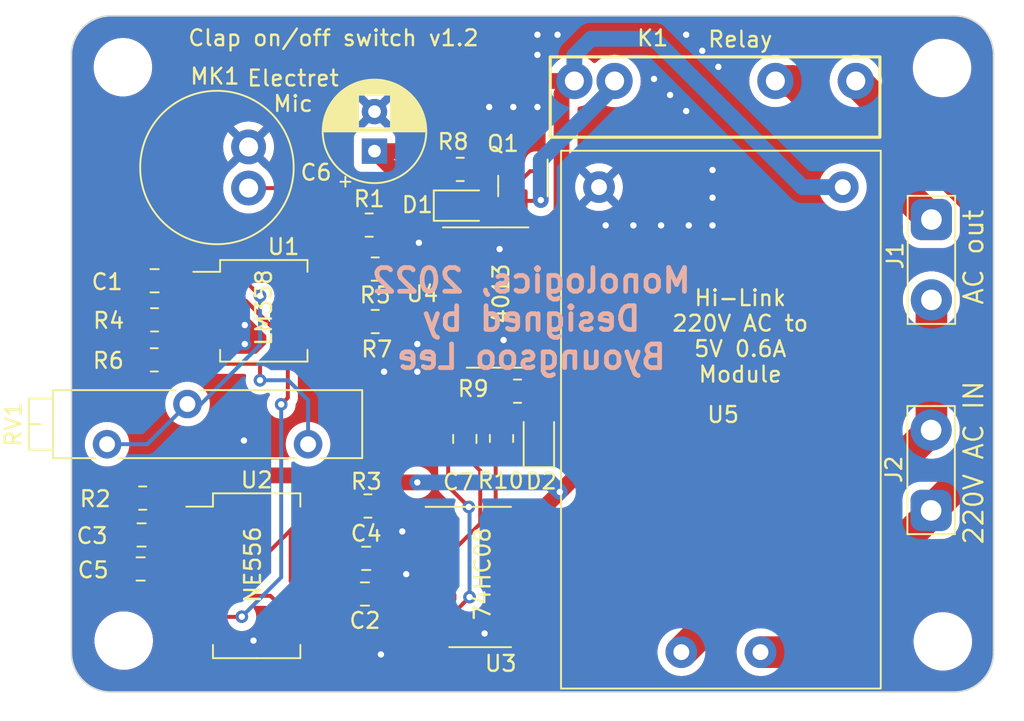
<source format=kicad_pcb>
(kicad_pcb (version 20240108) (generator "pcbnew") (generator_version "8.0")
  (title_block (title "Clap clap on/off switch") (date "2022-05-24") (rev "1.1") (company "Monologics, 2022") (comment 1 "Designed by Byoungsoo Lee"))
  (layers (0 "F.Cu" signal) (31 "B.Cu" signal) (34 "B.Paste" user) (35 "F.Paste" user) (36 "B.SilkS" user "B.Silkscreen") (37 "F.SilkS" user "F.Silkscreen") (38 "B.Mask" user) (39 "F.Mask" user) (44 "Edge.Cuts" user))
  (net 0 "")
  (net 1 "Net-(U1A-+)")
  (net 2 "VCC")
  (net 3 "GND")
  (net 4 "Net-(MK1-+)")
  (net 5 "Net-(U2B-CV)")
  (net 6 "Net-(U2A-DIS)")
  (net 7 "Net-(U2B-DIS)")
  (net 8 "Net-(U2A-CV)")
  (net 9 "Net-(D1-A)")
  (net 10 "Net-(D2-A)")
  (net 11 "Net-(J1-Pin_2)")
  (net 12 "Net-(J1-Pin_1)")
  (net 13 "Net-(J2-Pin_1)")
  (net 14 "Net-(Q1-B)")
  (net 15 "Net-(C7-Pad2)")
  (net 16 "Net-(U1B-+)")
  (net 17 "Net-(U1A--)")
  (net 18 "Net-(U4A-Q)")
  (net 19 "Pulse")
  (net 20 "Window")
  (net 21 "Net-(U1B--)")
  (net 22 "Net-(C7-Pad1)")
  (net 23 "Net-(U2A-TR)")
  (net 24 "Net-(U2B-TR)")
  (net 25 "Net-(U4A-C)")
  (net 26 "Net-(U4A-D)")
  (footprint "TestPoint:TestPoint_2Pads_Pitch5.08mm_Drill1.3mm" (layer "F.Cu") (at 195.56 106.02 90)
    (property "Reference" "J2" (at 2.59 -2.35 90) (layer "F.SilkS"))
    (property "Value" "220V AC IN")
    (pad "1" thru_hole roundrect (at 0 0 90) (size 2.6 2.6) (drill 1.3) (layers "*.Cu" "*.Mask") (net 13 "Net-(J2-Pin_1)"))
    (pad "2" thru_hole circle (at 5.08 0 90) (size 2.6 2.6) (drill 1.3) (layers "*.Cu" "*.Mask") (net 11 "Net-(J1-Pin_2)"))
  )
  (footprint "MountingHole:MountingHole_3.2mm_M3" (layer "F.Cu") (at 196.3 114.3)
    (property "Reference" "H4" (at 0 0.05 0) (layer "F.SilkS"))
    (property "Value" "MountingHole")
    (pad "" np_thru_hole circle (at 0 0) (size 3.2 3.2) (drill 3.2) (layers "*.Cu" "*.Mask"))
  )
  (footprint "Resistor_SMD:R_0805_2012Metric_Pad1.20x1.40mm_HandSolder" (layer "F.Cu") (at 146.5 93.97 180)
    (property "Reference" "R4" (at 2.9 -0.05 180) (layer "F.SilkS"))
    (property "Value" "100k")
    (pad "1" smd roundrect (at -1 0 180) (size 1.2 1.4) (layers "F.Cu" "F.Paste" "F.Mask") (roundrect_rratio 0.208333) (net 1 "Net-(U1A-+)"))
    (pad "2" smd roundrect (at 1 0 180) (size 1.2 1.4) (layers "F.Cu" "F.Paste" "F.Mask") (roundrect_rratio 0.208333) (net 3 "GND"))
  )
  (footprint "Capacitor_SMD:C_0805_2012Metric_Pad1.18x1.45mm_HandSolder" (layer "F.Cu") (at 146.5 91.5)
    (property "Reference" "C1" (at -3 0.07 0) (layer "F.SilkS"))
    (property "Value" "0.1uF")
    (pad "1" smd roundrect (at -1.0375 0) (size 1.175 1.45) (layers "F.Cu" "F.Paste" "F.Mask") (roundrect_rratio 0.212766) (net 4 "Net-(MK1-+)"))
    (pad "2" smd roundrect (at 1.0375 0) (size 1.175 1.45) (layers "F.Cu" "F.Paste" "F.Mask") (roundrect_rratio 0.212766) (net 1 "Net-(U1A-+)"))
  )
  (footprint "alib:AC-DC Hi Link" (layer "F.Cu") (at 182.28 100.28 90)
    (property "Reference" "U5" (at 0.314 0.14 0) (layer "F.SilkS"))
    (property "Value" "AC-DC_Converter")
    (pad "1" thru_hole circle (at -14.7 -2.5 90) (size 2 2) (drill 1) (layers "*.Cu" "*.Mask") (net 11 "Net-(J1-Pin_2)"))
    (pad "2" thru_hole circle (at -14.7 2.5 90) (size 2 2) (drill 1) (layers "*.Cu" "*.Mask") (net 13 "Net-(J2-Pin_1)"))
    (pad "3" thru_hole circle (at 14.7 -7.7 90) (size 2 2) (drill 1) (layers "*.Cu" "*.Mask") (net 3 "GND"))
    (pad "4" thru_hole circle (at 14.7 7.7 90) (size 2 2) (drill 1) (layers "*.Cu" "*.Mask") (net 2 "VCC"))
  )
  (footprint "Resistor_SMD:R_0805_2012Metric_Pad1.20x1.40mm_HandSolder" (layer "F.Cu") (at 168.42 101.47 -90)
    (property "Reference" "R10" (at 2.66 0.05 180) (layer "F.SilkS"))
    (property "Value" "3k")
    (pad "1" smd roundrect (at -1 0 270) (size 1.2 1.4) (layers "F.Cu" "F.Paste" "F.Mask") (roundrect_rratio 0.208333) (net 22 "Net-(C7-Pad1)"))
    (pad "2" smd roundrect (at 1 0 270) (size 1.2 1.4) (layers "F.Cu" "F.Paste" "F.Mask") (roundrect_rratio 0.208333) (net 10 "Net-(D2-A)"))
  )
  (footprint "TestPoint:TestPoint_2Pads_Pitch5.08mm_Drill1.3mm" (layer "F.Cu") (at 195.58 87.63 -90)
    (property "Reference" "J1" (at 2.286 2.286 90) (layer "F.SilkS"))
    (property "Value" "AC Switched Out")
    (pad "1" thru_hole roundrect (at 0 0 270) (size 2.6 2.6) (drill 1.3) (layers "*.Cu" "*.Mask") (net 12 "Net-(J1-Pin_1)"))
    (pad "2" thru_hole circle (at 5.08 0 270) (size 2.6 2.6) (drill 1.3) (layers "*.Cu" "*.Mask") (net 11 "Net-(J1-Pin_2)"))
  )
  (footprint "Package_SO:SO-14_5.3x10.2mm_P1.27mm" (layer "F.Cu") (at 152.95 110.15)
    (property "Reference" "U2" (at 0 -6.05 0) (layer "F.SilkS"))
    (property "Value" "NE556" (at -0.25 -0.7 -90) (layer "F.SilkS"))
    (pad "1" smd roundrect (at -3.4625 -3.81) (size 1.975 0.6) (layers "F.Cu" "F.Paste" "F.Mask") (net 6 "Net-(U2A-DIS)"))
    (pad "2" smd roundrect (at -3.4625 -2.54) (size 1.975 0.6) (layers "F.Cu" "F.Paste" "F.Mask") (net 6 "Net-(U2A-DIS)"))
    (pad "3" smd roundrect (at -3.4625 -1.27) (size 1.975 0.6) (layers "F.Cu" "F.Paste" "F.Mask") (net 8 "Net-(U2A-CV)"))
    (pad "4" smd roundrect (at -3.4625 0) (size 1.975 0.6) (layers "F.Cu" "F.Paste" "F.Mask") (net 2 "VCC"))
    (pad "5" smd roundrect (at -3.4625 1.27) (size 1.975 0.6) (layers "F.Cu" "F.Paste" "F.Mask") (net 19 "Pulse"))
    (pad "6" smd roundrect (at -3.4625 2.54) (size 1.975 0.6) (layers "F.Cu" "F.Paste" "F.Mask") (net 23 "Net-(U2A-TR)"))
    (pad "7" smd roundrect (at -3.4625 3.81) (size 1.975 0.6) (layers "F.Cu" "F.Paste" "F.Mask") (net 3 "GND"))
    (pad "8" smd roundrect (at 3.4625 3.81) (size 1.975 0.6) (layers "F.Cu" "F.Paste" "F.Mask") (net 24 "Net-(U2B-TR)"))
    (pad "9" smd roundrect (at 3.4625 2.54) (size 1.975 0.6) (layers "F.Cu" "F.Paste" "F.Mask") (net 20 "Window"))
    (pad "10" smd roundrect (at 3.4625 1.27) (size 1.975 0.6) (layers "F.Cu" "F.Paste" "F.Mask") (net 2 "VCC"))
    (pad "11" smd roundrect (at 3.4625 0) (size 1.975 0.6) (layers "F.Cu" "F.Paste" "F.Mask") (net 5 "Net-(U2B-CV)"))
    (pad "12" smd roundrect (at 3.4625 -1.27) (size 1.975 0.6) (layers "F.Cu" "F.Paste" "F.Mask") (net 7 "Net-(U2B-DIS)"))
    (pad "13" smd roundrect (at 3.4625 -2.54) (size 1.975 0.6) (layers "F.Cu" "F.Paste" "F.Mask") (net 7 "Net-(U2B-DIS)"))
    (pad "14" smd roundrect (at 3.4625 -3.81) (size 1.975 0.6) (layers "F.Cu" "F.Paste" "F.Mask") (net 2 "VCC"))
  )
  (footprint "MountingHole:MountingHole_3.2mm_M3" (layer "F.Cu") (at 196.25 78.05)
    (property "Reference" "H3" (at 0 0.05 0) (layer "F.SilkS"))
    (property "Value" "MountingHole")
    (pad "" np_thru_hole circle (at 0 0) (size 3.2 3.2) (drill 3.2) (layers "*.Cu" "*.Mask"))
  )
  (footprint "Resistor_SMD:R_0805_2012Metric_Pad1.20x1.40mm_HandSolder" (layer "F.Cu") (at 160.44 94.08)
    (property "Reference" "R7" (at 0.1 1.75 0) (layer "F.SilkS"))
    (property "Value" "3k")
    (pad "1" smd roundrect (at -1 0) (size 1.2 1.4) (layers "F.Cu" "F.Paste" "F.Mask") (roundrect_rratio 0.208333) (net 16 "Net-(U1B-+)"))
    (pad "2" smd roundrect (at 1 0) (size 1.2 1.4) (layers "F.Cu" "F.Paste" "F.Mask") (roundrect_rratio 0.208333) (net 3 "GND"))
  )
  (footprint "Capacitor_THT:CP_Radial_D6.3mm_P2.50mm" (layer "F.Cu") (at 160.394 83.306 90)
    (property "Reference" "C6" (at -1.346 -3.692 180) (layer "F.SilkS"))
    (property "Value" "100uF/25V")
    (pad "1" thru_hole rect (at 0 0 90) (size 1.6 1.6) (drill 0.8) (layers "*.Cu" "*.Mask") (net 2 "VCC"))
    (pad "2" thru_hole circle (at 2.5 0 90) (size 1.6 1.6) (drill 0.8) (layers "*.Cu" "*.Mask") (net 3 "GND"))
  )
  (footprint "alib:Electret Microphone FQ-003" (layer "F.Cu") (at 150.44 84.34 180)
    (property "Reference" "MK1" (at 0.13 5.764 0) (layer "F.SilkS"))
    (property "Value" "Electret Mic")
    (pad "1" thru_hole circle (at -2 1.3 180) (size 2.2 2.2) (drill 1.2) (layers "*.Cu" "*.Mask") (net 3 "GND"))
    (pad "2" thru_hole circle (at -2 -1.3 180) (size 2.2 2.2) (drill 1.2) (layers "*.Cu" "*.Mask") (net 4 "Net-(MK1-+)"))
  )
  (footprint "Package_SO:SOIC-14_3.9x8.7mm_P1.27mm" (layer "F.Cu") (at 167.07 110.23)
    (property "Reference" "U3" (at 1.3 5.47 0) (layer "F.SilkS"))
    (property "Value" "74HC08" (at 0.14 -0.2 -90) (layer "F.SilkS"))
    (pad "1" smd roundrect (at -2.475 -3.81) (size 1.95 0.6) (layers "F.Cu" "F.Paste" "F.Mask") (net 19 "Pulse"))
    (pad "2" smd roundrect (at -2.475 -2.54) (size 1.95 0.6) (layers "F.Cu" "F.Paste" "F.Mask") (net 19 "Pulse"))
    (pad "3" smd roundrect (at -2.475 -1.27) (size 1.95 0.6) (layers "F.Cu" "F.Paste" "F.Mask") (net 15 "Net-(C7-Pad2)"))
    (pad "4" smd roundrect (at -2.475 0) (size 1.95 0.6) (layers "F.Cu" "F.Paste" "F.Mask") (net 19 "Pulse"))
    (pad "5" smd roundrect (at -2.475 1.27) (size 1.95 0.6) (layers "F.Cu" "F.Paste" "F.Mask") (net 20 "Window"))
    (pad "6" smd roundrect (at -2.475 2.54) (size 1.95 0.6) (layers "F.Cu" "F.Paste" "F.Mask") (net 25 "Net-(U4A-C)"))
    (pad "7" smd roundrect (at -2.475 3.81) (size 1.95 0.6) (layers "F.Cu" "F.Paste" "F.Mask") (net 3 "GND"))
    (pad "8" smd roundrect (at 2.475 3.81) (size 1.95 0.6) (layers "F.Cu" "F.Paste" "F.Mask"))
    (pad "9" smd roundrect (at 2.475 2.54) (size 1.95 0.6) (layers "F.Cu" "F.Paste" "F.Mask"))
    (pad "10" smd roundrect (at 2.475 1.27) (size 1.95 0.6) (layers "F.Cu" "F.Paste" "F.Mask"))
    (pad "11" smd roundrect (at 2.475 0) (size 1.95 0.6) (layers "F.Cu" "F.Paste" "F.Mask") (net 24 "Net-(U2B-TR)"))
    (pad "12" smd roundrect (at 2.475 -1.27) (size 1.95 0.6) (layers "F.Cu" "F.Paste" "F.Mask") (net 10 "Net-(D2-A)"))
    (pad "13" smd roundrect (at 2.475 -2.54) (size 1.95 0.6) (layers "F.Cu" "F.Paste" "F.Mask") (net 10 "Net-(D2-A)"))
    (pad "14" smd roundrect (at 2.475 -3.81) (size 1.95 0.6) (layers "F.Cu" "F.Paste" "F.Mask") (net 2 "VCC"))
  )
  (footprint "Diode_SMD:D_0805_2012Metric_Pad1.15x1.40mm_HandSolder" (layer "F.Cu") (at 170.78 101.43 90)
    (property "Reference" "D2" (at -2.74 0.15 180) (layer "F.SilkS"))
    (property "Value" "1N914")
    (pad "1" smd roundrect (at -1.025 0 90) (size 1.15 1.4) (layers "F.Cu" "F.Paste" "F.Mask") (roundrect_rratio 0.217391) (net 2 "VCC"))
    (pad "2" smd roundrect (at 1.025 0 90) (size 1.15 1.4) (layers "F.Cu" "F.Paste" "F.Mask") (roundrect_rratio 0.217391) (net 10 "Net-(D2-A)"))
  )
  (footprint "Capacitor_SMD:C_0805_2012Metric_Pad1.18x1.45mm_HandSolder" (layer "F.Cu") (at 145.62 109.72)
    (property "Reference" "C5" (at -3 0.07 0) (layer "F.SilkS"))
    (property "Value" "0.01uF")
    (pad "1" smd roundrect (at -1.0375 0) (size 1.175 1.45) (layers "F.Cu" "F.Paste" "F.Mask") (roundrect_rratio 0.212766) (net 3 "GND"))
    (pad "2" smd roundrect (at 1.0375 0) (size 1.175 1.45) (layers "F.Cu" "F.Paste" "F.Mask") (roundrect_rratio 0.212766) (net 8 "Net-(U2A-CV)"))
  )
  (footprint "MountingHole:MountingHole_3.2mm_M3" (layer "F.Cu") (at 144.5 78)
    (property "Reference" "H1" (at 0 0.05 0) (layer "F.SilkS"))
    (property "Value" "MountingHole")
    (pad "" np_thru_hole circle (at 0 0) (size 3.2 3.2) (drill 3.2) (layers "*.Cu" "*.Mask"))
  )
  (footprint "Capacitor_SMD:C_0805_2012Metric_Pad1.18x1.45mm_HandSolder" (layer "F.Cu") (at 166.1 101.5 -90)
    (property "Reference" "C7" (at 2.72 0.4 180) (layer "F.SilkS"))
    (property "Value" "0.047uF")
    (pad "1" smd roundrect (at -1.0375 0 270) (size 1.175 1.45) (layers "F.Cu" "F.Paste" "F.Mask") (roundrect_rratio 0.212766) (net 22 "Net-(C7-Pad1)"))
    (pad "2" smd roundrect (at 1.0375 0 270) (size 1.175 1.45) (layers "F.Cu" "F.Paste" "F.Mask") (roundrect_rratio 0.212766) (net 15 "Net-(C7-Pad2)"))
  )
  (footprint "Resistor_SMD:R_0805_2012Metric_Pad1.20x1.40mm_HandSolder" (layer "F.Cu") (at 165.81 84.46)
    (property "Reference" "R8" (at -0.45 -1.75 0) (layer "F.SilkS"))
    (property "Value" "2k")
    (pad "1" smd roundrect (at -1 0) (size 1.2 1.4) (layers "F.Cu" "F.Paste" "F.Mask") (roundrect_rratio 0.208333) (net 18 "Net-(U4A-Q)"))
    (pad "2" smd roundrect (at 1 0) (size 1.2 1.4) (layers "F.Cu" "F.Paste" "F.Mask") (roundrect_rratio 0.208333) (net 14 "Net-(Q1-B)"))
  )
  (footprint "Capacitor_SMD:C_0805_2012Metric_Pad1.18x1.45mm_HandSolder" (layer "F.Cu") (at 145.68 107.57)
    (property "Reference" "C3" (at -3.13 0.055 0) (layer "F.SilkS"))
    (property "Value" "0.1uF")
    (pad "1" smd roundrect (at -1.0375 0) (size 1.175 1.45) (layers "F.Cu" "F.Paste" "F.Mask") (roundrect_rratio 0.212766) (net 3 "GND"))
    (pad "2" smd roundrect (at 1.0375 0) (size 1.175 1.45) (layers "F.Cu" "F.Paste" "F.Mask") (roundrect_rratio 0.212766) (net 6 "Net-(U2A-DIS)"))
  )
  (footprint "Diode_SMD:D_0805_2012Metric_Pad1.15x1.40mm_HandSolder" (layer "F.Cu") (at 166 86.75)
    (property "Reference" "D1" (at -2.9 -0.05 0) (layer "F.SilkS"))
    (property "Value" "1N914")
    (pad "1" smd roundrect (at -1.025 0) (size 1.15 1.4) (layers "F.Cu" "F.Paste" "F.Mask") (roundrect_rratio 0.217391) (net 2 "VCC"))
    (pad "2" smd roundrect (at 1.025 0) (size 1.15 1.4) (layers "F.Cu" "F.Paste" "F.Mask") (roundrect_rratio 0.217391) (net 9 "Net-(D1-A)"))
  )
  (footprint "Package_TO_SOT_SMD:SOT-23" (layer "F.Cu") (at 169.77 85.51 -90)
    (property "Reference" "Q1" (at -2.68 1.26 180) (layer "F.SilkS"))
    (property "Value" "MMBT2222A")
    (pad "1" smd roundrect (at -0.9375 -0.95 270) (size 1.475 0.6) (layers "F.Cu" "F.Paste" "F.Mask") (net 14 "Net-(Q1-B)"))
    (pad "2" smd roundrect (at -0.9375 0.95 270) (size 1.475 0.6) (layers "F.Cu" "F.Paste" "F.Mask") (net 3 "GND"))
    (pad "3" smd roundrect (at 0.9375 0 270) (size 1.475 0.6) (layers "F.Cu" "F.Paste" "F.Mask") (net 9 "Net-(D1-A)"))
  )
  (footprint "Resistor_SMD:R_0805_2012Metric_Pad1.20x1.40mm_HandSolder" (layer "F.Cu") (at 159.98 105.74 180)
    (property "Reference" "R3" (at 0.1 1.55 180) (layer "F.SilkS"))
    (property "Value" "820k")
    (pad "1" smd roundrect (at -1 0 180) (size 1.2 1.4) (layers "F.Cu" "F.Paste" "F.Mask") (roundrect_rratio 0.208333) (net 2 "VCC"))
    (pad "2" smd roundrect (at 1 0 180) (size 1.2 1.4) (layers "F.Cu" "F.Paste" "F.Mask") (roundrect_rratio 0.208333) (net 7 "Net-(U2B-DIS)"))
  )
  (footprint "Package_SO:SO-8_5.3x6.2mm_P1.27mm" (layer "F.Cu") (at 153.4 93.4)
    (property "Reference" "U1" (at 1.25 -4.05 0) (layer "F.SilkS"))
    (property "Value" "LM358" (at 0 -0.2 -90) (layer "F.SilkS"))
    (pad "1" smd roundrect (at -3.5 -1.905) (size 1.9 0.6) (layers "F.Cu" "F.Paste" "F.Mask") (net 21 "Net-(U1B--)"))
    (pad "2" smd roundrect (at -3.5 -0.635) (size 1.9 0.6) (layers "F.Cu" "F.Paste" "F.Mask") (net 17 "Net-(U1A--)"))
    (pad "3" smd roundrect (at -3.5 0.635) (size 1.9 0.6) (layers "F.Cu" "F.Paste" "F.Mask") (net 1 "Net-(U1A-+)"))
    (pad "4" smd roundrect (at -3.5 1.905) (size 1.9 0.6) (layers "F.Cu" "F.Paste" "F.Mask") (net 3 "GND"))
    (pad "5" smd roundrect (at 3.5 1.905) (size 1.9 0.6) (layers "F.Cu" "F.Paste" "F.Mask") (net 16 "Net-(U1B-+)"))
    (pad "6" smd roundrect (at 3.5 0.635) (size 1.9 0.6) (layers "F.Cu" "F.Paste" "F.Mask") (net 21 "Net-(U1B--)"))
    (pad "7" smd roundrect (at 3.5 -0.635) (size 1.9 0.6) (layers "F.Cu" "F.Paste" "F.Mask") (net 23 "Net-(U2A-TR)"))
    (pad "8" smd roundrect (at 3.5 -1.905) (size 1.9 0.6) (layers "F.Cu" "F.Paste" "F.Mask") (net 2 "VCC"))
  )
  (footprint "Resistor_SMD:R_0805_2012Metric_Pad1.20x1.40mm_HandSolder" (layer "F.Cu") (at 160.06 87.98 180)
    (property "Reference" "R1" (at 0 1.65 180) (layer "F.SilkS"))
    (property "Value" "10k")
    (pad "1" smd roundrect (at -1 0 180) (size 1.2 1.4) (layers "F.Cu" "F.Paste" "F.Mask") (roundrect_rratio 0.208333) (net 2 "VCC"))
    (pad "2" smd roundrect (at 1 0 180) (size 1.2 1.4) (layers "F.Cu" "F.Paste" "F.Mask") (roundrect_rratio 0.208333) (net 4 "Net-(MK1-+)"))
  )
  (footprint "Package_SO:SOIC-14_3.9x8.7mm_P1.27mm" (layer "F.Cu") (at 168.17 92.56)
    (property "Reference" "U4" (at -4.75 -0.23 0) (layer "F.SilkS"))
    (property "Value" "4013" (at 0.22 -0.23 -90) (layer "F.SilkS"))
    (pad "1" smd roundrect (at -2.475 -3.81) (size 1.95 0.6) (layers "F.Cu" "F.Paste" "F.Mask") (net 18 "Net-(U4A-Q)"))
    (pad "2" smd roundrect (at -2.475 -2.54) (size 1.95 0.6) (layers "F.Cu" "F.Paste" "F.Mask") (net 26 "Net-(U4A-D)"))
    (pad "3" smd roundrect (at -2.475 -1.27) (size 1.95 0.6) (layers "F.Cu" "F.Paste" "F.Mask") (net 25 "Net-(U4A-C)"))
    (pad "4" smd roundrect (at -2.475 0) (size 1.95 0.6) (layers "F.Cu" "F.Paste" "F.Mask") (net 3 "GND"))
    (pad "5" smd roundrect (at -2.475 1.27) (size 1.95 0.6) (layers "F.Cu" "F.Paste" "F.Mask") (net 26 "Net-(U4A-D)"))
    (pad "6" smd roundrect (at -2.475 2.54) (size 1.95 0.6) (layers "F.Cu" "F.Paste" "F.Mask") (net 3 "GND"))
    (pad "7" smd roundrect (at -2.475 3.81) (size 1.95 0.6) (layers "F.Cu" "F.Paste" "F.Mask") (net 3 "GND"))
    (pad "8" smd roundrect (at 2.475 3.81) (size 1.95 0.6) (layers "F.Cu" "F.Paste" "F.Mask"))
    (pad "9" smd roundrect (at 2.475 2.54) (size 1.95 0.6) (layers "F.Cu" "F.Paste" "F.Mask"))
    (pad "10" smd roundrect (at 2.475 1.27) (size 1.95 0.6) (layers "F.Cu" "F.Paste" "F.Mask"))
    (pad "11" smd roundrect (at 2.475 0) (size 1.95 0.6) (layers "F.Cu" "F.Paste" "F.Mask"))
    (pad "12" smd roundrect (at 2.475 -1.27) (size 1.95 0.6) (layers "F.Cu" "F.Paste" "F.Mask"))
    (pad "13" smd roundrect (at 2.475 -2.54) (size 1.95 0.6) (layers "F.Cu" "F.Paste" "F.Mask"))
    (pad "14" smd roundrect (at 2.475 -3.81) (size 1.95 0.6) (layers "F.Cu" "F.Paste" "F.Mask") (net 2 "VCC"))
  )
  (footprint "Resistor_SMD:R_0805_2012Metric_Pad1.20x1.40mm_HandSolder" (layer "F.Cu") (at 146.48 96.5 180)
    (property "Reference" "R6" (at 2.9 -0.05 180) (layer "F.SilkS"))
    (property "Value" "1k")
    (pad "1" smd roundrect (at -1 0 180) (size 1.2 1.4) (layers "F.Cu" "F.Paste" "F.Mask") (roundrect_rratio 0.208333) (net 17 "Net-(U1A--)"))
    (pad "2" smd roundrect (at 1 0 180) (size 1.2 1.4) (layers "F.Cu" "F.Paste" "F.Mask") (roundrect_rratio 0.208333) (net 3 "GND"))
  )
  (footprint "Capacitor_SMD:C_0805_2012Metric_Pad1.18x1.45mm_HandSolder" (layer "F.Cu") (at 159.87 109.05 180)
    (property "Reference" "C4" (at 0 1.57 0) (layer "F.SilkS"))
    (property "Value" "0.47uF")
    (pad "1" smd roundrect (at -1.0375 0 180) (size 1.175 1.45) (layers "F.Cu" "F.Paste" "F.Mask") (roundrect_rratio 0.212766) (net 3 "GND"))
    (pad "2" smd roundrect (at 1.0375 0 180) (size 1.175 1.45) (layers "F.Cu" "F.Paste" "F.Mask") (roundrect_rratio 0.212766) (net 7 "Net-(U2B-DIS)"))
  )
  (footprint "Resistor_SMD:R_0805_2012Metric_Pad1.20x1.40mm_HandSolder" (layer "F.Cu") (at 145.75 105.24)
    (property "Reference" "R2" (at -3 0.05 0) (layer "F.SilkS"))
    (property "Value" "470k")
    (pad "1" smd roundrect (at -1 0) (size 1.2 1.4) (layers "F.Cu" "F.Paste" "F.Mask") (roundrect_rratio 0.208333) (net 2 "VCC"))
    (pad "2" smd roundrect (at 1 0) (size 1.2 1.4) (layers "F.Cu" "F.Paste" "F.Mask") (roundrect_rratio 0.208333) (net 6 "Net-(U2A-DIS)"))
  )
  (footprint "alib:Relay_Omron" (layer "F.Cu") (at 173.022 78.87)
    (property "Reference" "K1" (at 4.946 -2.712 0) (layer "F.SilkS"))
    (property "Value" "relay_spst")
    (pad "1" thru_hole circle (at 0 0) (size 2.286 2.286) (drill 1.2) (layers "*.Cu" "*.Mask") (net 2 "VCC"))
    (pad "2" thru_hole circle (at 2.54 0) (size 2.286 2.286) (drill 1.2) (layers "*.Cu" "*.Mask") (net 9 "Net-(D1-A)"))
    (pad "3" thru_hole circle (at 12.7 0) (size 2.286 2.286) (drill 1.2) (layers "*.Cu" "*.Mask") (net 12 "Net-(J1-Pin_1)"))
    (pad "4" thru_hole circle (at 17.78 0) (size 2.286 2.286) (drill 1.2) (layers "*.Cu" "*.Mask") (net 13 "Net-(J2-Pin_1)"))
  )
  (footprint "Resistor_SMD:R_0805_2012Metric_Pad1.20x1.40mm_HandSolder" (layer "F.Cu") (at 169.43 98.48)
    (property "Reference" "R9" (at -2.8 -0.15 0) (layer "F.SilkS"))
    (property "Value" "100k")
    (pad "1" smd roundrect (at -1 0) (size 1.2 1.4) (layers "F.Cu" "F.Paste" "F.Mask") (roundrect_rratio 0.208333) (net 22 "Net-(C7-Pad1)"))
    (pad "2" smd roundrect (at 1 0) (size 1.2 1.4) (layers "F.Cu" "F.Paste" "F.Mask") (roundrect_rratio 0.208333) (net 2 "VCC"))
  )
  (footprint "Capacitor_SMD:C_0805_2012Metric_Pad1.18x1.45mm_HandSolder" (layer "F.Cu") (at 159.79 111.304759 180)
    (property "Reference" "C2" (at 0 -1.68 0) (layer "F.SilkS"))
    (property "Value" "0.01uF")
    (pad "1" smd roundrect (at -1.0375 0 180) (size 1.175 1.45) (layers "F.Cu" "F.Paste" "F.Mask") (roundrect_rratio 0.212766) (net 3 "GND"))
    (pad "2" smd roundrect (at 1.0375 0 180) (size 1.175 1.45) (layers "F.Cu" "F.Paste" "F.Mask") (roundrect_rratio 0.212766) (net 5 "Net-(U2B-CV)"))
  )
  (footprint "MountingHole:MountingHole_3.2mm_M3" (layer "F.Cu") (at 144.55 114.25)
    (property "Reference" "H2" (at 0 0.05 0) (layer "F.SilkS"))
    (property "Value" "MountingHole")
    (pad "" np_thru_hole circle (at 0 0) (size 3.2 3.2) (drill 3.2) (layers "*.Cu" "*.Mask"))
  )
  (footprint "Resistor_SMD:R_0805_2012Metric_Pad1.20x1.40mm_HandSolder" (layer "F.Cu") (at 160.44 90.76 180)
    (property "Reference" "R5" (at 0 -1.65 180) (layer "F.SilkS"))
    (property "Value" "7k")
    (pad "1" smd roundrect (at -1 0 180) (size 1.2 1.4) (layers "F.Cu" "F.Paste" "F.Mask") (roundrect_rratio 0.208333) (net 2 "VCC"))
    (pad "2" smd roundrect (at 1 0 180) (size 1.2 1.4) (layers "F.Cu" "F.Paste" "F.Mask") (roundrect_rratio 0.208333) (net 16 "Net-(U1B-+)"))
  )
  (footprint "Potentiometer_THT:Potentiometer_Bourns_3005_Horizontal" (layer "F.Cu") (at 156.198 101.834)
    (property "Reference" "RV1" (at -18.615 -1.265 90) (layer "F.SilkS"))
    (property "Value" "100k")
    (pad "1" thru_hole circle (at 0 0) (size 1.8 1.8) (drill 1) (layers "*.Cu" "*.Mask") (net 17 "Net-(U1A--)"))
    (pad "2" thru_hole circle (at -7.62 -2.54) (size 1.8 1.8) (drill 1) (layers "*.Cu" "*.Mask") (net 21 "Net-(U1B--)"))
    (pad "3" thru_hole circle (at -12.7 0) (size 1.8 1.8) (drill 1) (layers "*.Cu" "*.Mask") (net 21 "Net-(U1B--)"))
  )
  (gr_arc (start 141.25 77.25) (mid 141.982233 75.482233) (end 143.75 74.75) (stroke (width 0.1)) (layer "Edge.Cuts"))
  (gr_arc (start 197 74.75) (mid 198.776344 75.473656) (end 199.5 77.25) (stroke (width 0.1)) (layer "Edge.Cuts"))
  (gr_line (start 197 117.5) (end 143.75 117.5) (stroke (width 0.1)) (layer "Edge.Cuts"))
  (gr_arc (start 143.75 117.5) (mid 141.982233 116.767767) (end 141.25 115) (stroke (width 0.1)) (layer "Edge.Cuts"))
  (gr_line (start 199.5 77.25) (end 199.5 115) (stroke (width 0.1)) (layer "Edge.Cuts"))
  (gr_arc (start 199.5 115) (mid 198.767767 116.767767) (end 197 117.5) (stroke (width 0.1)) (layer "Edge.Cuts"))
  (gr_line (start 143.75 74.75) (end 197 74.75) (stroke (width 0.1)) (layer "Edge.Cuts"))
  (gr_line (start 141.25 115) (end 141.25 77.25) (stroke (width 0.1)) (layer "Edge.Cuts"))
  (gr_text "Monologics, 2022\nDesigned by\nByoungsoo Lee" (at 170.3 93.9 0) (layer "B.SilkS") (effects (font (size 1.5 1.5) (thickness 0.3)) (justify mirror)))
  (gr_text "Hi-Link\n220V AC to\n5V 0.6A\nModule" (at 183.5 95 0) (layer "F.SilkS") (effects (font (size 1 1))))
  (gr_text "Electret\nMic" (at 155.25 79.5 0) (layer "F.SilkS") (effects (font (size 1 1))))
  (gr_text "Clap on/off switch v1.2" (at 157.8 76.15 0) (layer "F.SilkS") (effects (font (size 1 1))))
  (gr_text "220V AC IN" (at 198.25 103 90) (layer "F.SilkS") (effects (font (size 1.2 1.2))))
  (gr_text "Relay" (at 183.504 76.238 0) (layer "F.SilkS") (effects (font (size 1 1))))
  (gr_text "AC out" (at 198.25 90 90) (layer "F.SilkS") (effects (font (size 1.2 1.2))))
  (segment (start 147.5375 93.97) (end 149.835 93.97) (width 0.25) (layer "F.Cu") (net 1))
  (segment (start 147.5375 91.5) (end 147.5375 93.97) (width 0.25) (layer "F.Cu") (net 1))
  (segment (start 149.835 93.97) (end 149.9 94.035) (width 0.25) (layer "F.Cu") (net 1))
  (segment (start 170.78 102.455) (end 173.195 102.455) (width 0.25) (layer "F.Cu") (net 2))
  (segment (start 160.98 104.62) (end 161.35 104.25) (width 0.25) (layer "F.Cu") (net 2))
  (segment (start 160.28223 89.408) (end 161.06 88.63023) (width 0.5) (layer "F.Cu") (net 2))
  (segment (start 155.181964 107.181964) (end 156.023928 106.34) (width 0.25) (layer "F.Cu") (net 2))
  (segment (start 155.10048 110.496552) (end 155.10048 107.263448) (width 0.25) (layer "F.Cu") (net 2))
  (segment (start 160.45 104.25) (end 161.35 104.25) (width 1) (layer "F.Cu") (net 2))
  (segment (start 160.98 105.74) (end 160.98 104.62) (width 0.25) (layer "F.Cu") (net 2))
  (segment (start 149.65 110.15) (end 149.75 110.25) (width 0.25) (layer "F.Cu") (net 2))
  (segment (start 156.4125 106.114676) (end 156.3075 106.009676) (width 1) (layer "F.Cu") (net 2))
  (segment (start 156.9 91.495) (end 156.9 91.004) (width 0.5) (layer "F.Cu") (net 2))
  (segment (start 172.212 79.68) (end 173.022 78.87) (width 1) (layer "F.Cu") (net 2))
  (segment (start 164.975 86.75) (end 162.29 86.75) (width 1) (layer "F.Cu") (net 2))
  (segment (start 156.023928 111.42) (end 155.10048 110.496552) (width 0.25) (layer "F.Cu") (net 2))
  (segment (start 156.023928 106.34) (end 156.4125 106.34) (width 0.25) (layer "F.Cu") (net 2))
  (segment (start 166.63 78.87) (end 173.022 78.87) (width 1) (layer "F.Cu") (net 2))
  (segment (start 161.44 89.34) (end 161.44 90.76) (width 1) (layer "F.Cu") (net 2))
  (segment (start 161.06 87.98) (end 161.06 88.96) (width 1) (layer "F.Cu") (net 2))
  (segment (start 161.06 88.96) (end 161.44 89.34) (width 1) (layer "F.Cu") (net 2))
  (segment (start 144.7125 104.6875) (end 145.5925 103.8075) (width 1) (layer "F.Cu") (net 2))
  (segment (start 156.4125 106.34) (end 156.4125 106.114676) (width 1) (layer "F.Cu") (net 2))
  (segment (start 144.7125 105.24) (end 144.7125 104.6875) (width 1) (layer "F.Cu") (net 2))
  (segment (start 173.195 102.455) (end 173.25 102.4) (width 0.25) (layer "F.Cu") (net 2))
  (segment (start 161.06 88.63023) (end 161.06 87.98) (width 0.5) (layer "F.Cu") (net 2))
  (segment (start 155.10048 107.263448) (end 155.181964 107.181964) (width 0.25) (layer "F.Cu") (net 2))
  (segment (start 160.394 83.306) (end 162.194 83.306) (width 1) (layer "F.Cu") (net 2))
  (segment (start 172.316 88.75) (end 173.25 89.684) (width 1) (layer "F.Cu") (net 2))
  (segment (start 156.4125 111.42) (end 156.023928 111.42) (width 0.25) (layer "F.Cu") (net 2))
  (segment (start 160.0075 103.8075) (end 160.45 104.25) (width 1) (layer "F.Cu") (net 2))
  (segment (start 149.4875 110.15) (end 149.65 110.15) (width 0.25) (layer "F.Cu") (net 2))
  (segment (start 162.194 83.306) (end 166.63 78.87) (width 1) (layer "F.Cu") (net 2))
  (segment (start 158.496 89.408) (end 160.28223 89.408) (width 0.5) (layer "F.Cu") (net 2))
  (segment (start 152.113928 110.25) (end 155.181964 107.181964) (width 0.25) (layer "F.Cu") (net 2))
  (segment (start 145.5925 103.8075) (end 156.3075 103.8075) (width 1) (layer "F.Cu") (net 2))
  (segment (start 172.212 87.183) (end 172.212 79.68) (width 1) (layer "F.Cu") (net 2))
  (segment (start 170.645 88.75) (end 172.316 88.75) (width 1) (layer "F.Cu") (net 2))
  (segment (start 170.5325 106.42) (end 173.25 103.7025) (width 1) (layer "F.Cu") (net 2))
  (segment (start 156.3075 106.009676) (end 156.3075 103.8075) (width 1) (layer "F.Cu") (net 2))
  (segment (start 156.3075 103.8075) (end 160.0075 103.8075) (width 1) (layer "F.Cu") (net 2))
  (segment (start 160.394 83.306) (end 163.838 86.75) (width 1) (layer "F.Cu") (net 2))
  (segment (start 173.25 89.684) (end 173.25 98.35) (width 1) (layer "F.Cu") (net 2))
  (segment (start 161.35 104.25) (end 163.1 104.25) (width 1) (layer "F.Cu") (net 2))
  (segment (start 156.9 91.004) (end 158.496 89.408) (width 0.5) (layer "F.Cu") (net 2))
  (segment (start 163.838 86.75) (end 164.975 86.75) (width 1) (layer "F.Cu") (net 2))
  (segment (start 170.43 98.48) (end 173.12 98.48) (width 0.25) (layer "F.Cu") (net 2))
  (segment (start 173.25 98.35) (end 173.25 102.4) (width 1) (layer "F.Cu") (net 2))
  (segment (start 149.75 110.25) (end 152.113928 110.25) (width 0.25) (layer "F.Cu") (net 2))
  (segment (start 170.645 88.75) (end 172.212 87.183) (width 1) (layer "F.Cu") (net 2))
  (segment (start 173.12 98.48) (end 173.25 98.35) (width 0.25) (layer "F.Cu") (net 2))
  (segment (start 162.29 86.75) (end 161.06 87.98) (width 1) (layer "F.Cu") (net 2))
  (segment (start 173.25 102.4) (end 173.25 103.7025) (width 1) (layer "F.Cu") (net 2))
  (via (at 172.10125 104.85125) (size 0.8) (drill 0.4) (layers "F.Cu" "B.Cu") (net 2))
  (via (at 163.1 104.25) (size 0.8) (drill 0.4) (layers "F.Cu" "B.Cu") (net 2))
  (segment (start 163.1 104.25) (end 171.5 104.25) (width 1) (layer "B.Cu") (net 2))
  (segment (start 187.434 85.58) (end 178.054 76.2) (width 1) (layer "B.Cu") (net 2))
  (segment (start 173.022 77.253554) (end 173.022 78.87) (width 1) (layer "B.Cu") (net 2))
  (segment (start 171.5 104.25) (end 172.10125 104.85125) (width 1) (layer "B.Cu") (net 2))
  (segment (start 174.075554 76.2) (end 173.022 77.253554) (width 1) (layer "B.Cu") (net 2))
  (segment (start 178.054 76.2) (end 174.075554 76.2) (width 1) (layer "B.Cu") (net 2))
  (segment (start 189.98 85.58) (end 187.434 85.58) (width 1) (layer "B.Cu") (net 2))
  (segment (start 166.52 95.1) (end 165.695 95.1) (width 0.25) (layer "F.Cu") (net 3))
  (segment (start 166.474 92.56) (end 166.99452 93.08052) (width 0.25) (layer "F.Cu") (net 3))
  (segment (start 166.99452 93.08052) (end 166.99452 94.62548) (width 0.25) (layer "F.Cu") (net 3))
  (segment (start 166.99452 94.62548) (end 166.52 95.1) (width 0.25) (layer "F.Cu") (net 3))
  (segment (start 165.695 92.56) (end 166.474 92.56) (width 0.25) (layer "F.Cu") (net 3))
  (via (at 176.75 88) (size 0.8) (drill 0.4) (layers "F.Cu" "B.Cu") (net 3))
  (via (at 178.5 88) (size 0.8) (drill 0.4) (layers "F.Cu" "B.Cu") (net 3))
  (via (at 152.2 94.3) (size 0.8) (drill 0.4) (layers "F.Cu" "B.Cu") (net 3))
  (via (at 170.688 77.216) (size 0.8) (drill 0.4) (layers "F.Cu" "B.Cu") (net 3))
  (via (at 163.1 97.25) (size 0.8) (drill 0.4) (layers "F.Cu" "B.Cu") (net 3))
  (via (at 169.164 80.518) (size 0.8) (drill 0.4) (layers "F.Cu" "B.Cu") (net 3))
  (via (at 181.75 84.5) (size 0.8) (drill 0.4) (layers "F.Cu" "B.Cu") (net 3))
  (via (at 180.25 88) (size 0.8) (drill 0.4) (layers "F.Cu" "B.Cu") (net 3))
  (via (at 160.8 115.1255) (size 0.8) (drill 0.4) (layers "F.Cu" "B.Cu") (net 3))
  (via (at 175 88) (size 0.8) (drill 0.4) (layers "F.Cu" "B.Cu") (net 3))
  (via (at 178.054 78.74) (size 0.8) (drill 0.4) (layers "F.Cu" "B.Cu") (net 3))
  (via (at 161 97.25) (size 0.8) (drill 0.4) (layers "F.Cu" "B.Cu") (net 3))
  (via (at 181.75 86.25) (size 0.8) (drill 0.4) (layers "F.Cu" "B.Cu") (net 3))
  (via (at 152.146 101.6) (size 0.8) (drill 0.4) (layers "F.Cu" "B.Cu") (net 3))
  (via (at 181.75 88) (size 0.8) (drill 0.4) (layers "F.Cu" "B.Cu") (net 3))
  (via (at 180.086 80.772) (size 0.8) (drill 0.4) (layers "F.Cu" "B.Cu") (net 3))
  (via (at 152.75 114.25) (size 0.8) (drill 0.4) (layers "F.Cu" "B.Cu") (net 3))
  (via (at 162.4 110.05) (size 0.8) (drill 0.4) (layers "F.Cu" "B.Cu") (net 3))
  (via (at 167.64 80.518) (size 0.8) (drill 0.4) (layers "F.Cu" "B.Cu") (net 3))
  (via (at 170.688 80.518) (size 0.8) (drill 0.4) (layers "F.Cu" "B.Cu") (net 3))
  (via (at 179.07 79.756) (size 0.8) (drill 0.4) (layers "F.Cu" "B.Cu") (net 3))
  (via (at 163.1 95.5) (size 0.8) (drill 0.4) (layers "F.Cu" "B.Cu") (net 3))
  (via (at 152.2 95.5) (size 0.8) (drill 0.4) (layers "F.Cu" "B.Cu") (net 3))
  (via (at 171.958 75.946) (size 0.8) (drill 0.4) (layers "F.Cu" "B.Cu") (net 3))
  (via (at 168.55 95.25) (size 0.8) (drill 0.4) (layers "F.Cu" "B.Cu") (net 3))
  (via (at 182.118 77.978) (size 0.8) (drill 0.4) (layers "F.Cu" "B.Cu") (net 3))
  (via (at 163.2 89.1) (size 0.8) (drill 0.4) (layers "F.Cu" "B.Cu") (net 3))
  (via (at 167.35 113.8) (size 0.8) (drill 0.4) (layers "F.Cu" "B.Cu") (net 3))
  (via (at 162.15 107.35) (size 0.8) (drill 0.4) (layers "F.Cu" "B.Cu") (net 3))
  (via (at 170.688 75.946) (size 0.8) (drill 0.4) (layers "F.Cu" "B.Cu") (net 3))
  (via (at 168.3 89.5) (size 0.8) (drill 0.4) (layers "F.Cu" "B.Cu") (net 3))
  (via (at 180.086 75.946) (size 0.8) (drill 0.4) (layers "F.Cu" "B.Cu") (net 3))
  (via (at 181.102 76.962) (size 0.8) (drill 0.4) (layers "F.Cu" "B.Cu") (net 3))
  (segment (start 157.0025 90) (end 159.0225 87.98) (width 0.25) (layer "F.Cu") (net 4))
  (segment (start 156.6825 85.64) (end 152.44 85.64) (width 0.25) (layer "F.Cu") (net 4))
  (segment (start 145.4625 91.5) (end 146.9625 90) (width 0.25) (layer "F.Cu") (net 4))
  (segment (start 159.0225 87.98) (end 156.6825 85.64) (width 0.25) (layer "F.Cu") (net 4))
  (segment (start 146.9625 90) (end 157.0025 90) (width 0.25) (layer "F.Cu") (net 4))
  (segment (start 156.4125 110.15) (end 157.597741 110.15) (width 0.25) (layer "F.Cu") (net 5))
  (segment (start 157.597741 110.15) (end 158.7525 111.304759) (width 0.25) (layer "F.Cu") (net 5))
  (segment (start 146.7575 107.61) (end 146.7175 107.57) (width 0.25) (layer "F.Cu") (net 6))
  (segment (start 149.4875 107.61) (end 146.7575 107.61) (width 0.25) (layer "F.Cu") (net 6))
  (segment (start 146.7875 105.24) (end 146.7875 107.5) (width 0.25) (layer "F.Cu") (net 6))
  (segment (start 146.7875 107.5) (end 146.7175 107.57) (width 0.25) (layer "F.Cu") (net 6))
  (segment (start 149.4875 106.34) (end 149.4875 107.61) (width 0.25) (layer "F.Cu") (net 6))
  (segment (start 158.8325 109.05) (end 156.5825 109.05) (width 0.25) (layer "F.Cu") (net 7))
  (segment (start 156.4125 108.88) (end 156.4125 107.61) (width 0.25) (layer "F.Cu") (net 7))
  (segment (start 157.0725 107.61) (end 158.9425 105.74) (width 0.25) (layer "F.Cu") (net 7))
  (segment (start 156.5825 109.05) (end 156.4125 108.88) (width 0.25) (layer "F.Cu") (net 7))
  (segment (start 156.4125 107.61) (end 157.0725 107.61) (width 0.25) (layer "F.Cu") (net 7))
  (segment (start 147.4975 108.88) (end 149.4875 108.88) (width 0.25) (layer "F.Cu") (net 8))
  (segment (start 146.6575 109.72) (end 147.4975 108.88) (width 0.25) (layer "F.Cu") (net 8))
  (segment (start 169.4675 86.75) (end 169.77 86.4475) (width 0.25) (layer "F.Cu") (net 9))
  (segment (start 170.8525 86.4475) (end 170.9 86.4) (width 0.25) (layer "F.Cu") (net 9))
  (segment (start 169.77 86.4475) (end 170.8525 86.4475) (width 0.25) (layer "F.Cu") (net 9))
  (segment (start 167.025 86.75) (end 169.4675 86.75) (width 0.25) (layer "F.Cu") (net 9))
  (via (at 170.9 86.4) (size 0.8) (drill 0.4) (layers "F.Cu" "B.Cu") (net 9))
  (segment (start 175.562 79.2) (end 175.562 78.87) (width 1) (layer "B.Cu") (net 9))
  (segment (start 170.9 83.862) (end 175.562 79.2) (width 1) (layer "B.Cu") (net 9))
  (segment (start 170.9 86.4) (end 170.9 83.862) (width 1) (layer "B.Cu") (net 9))
  (segment (start 168.715 102.47) (end 170.78 100.405) (width 0.25) (layer "F.Cu") (net 10))
  (segment (start 169.545 108.96) (end 169.545 107.69) (width 0.25) (layer "F.Cu") (net 10))
  (segment (start 168.05 106.571072) (end 168.05 102.84) (width 0.25) (layer "F.Cu") (net 10))
  (segment (start 169.545 107.69) (end 169.168928 107.69) (width 0.25) (layer "F.Cu") (net 10))
  (segment (start 168.05 102.84) (end 168.42 102.47) (width 0.25) (layer "F.Cu") (net 10))
  (segment (start 169.168928 107.69) (end 168.05 106.571072) (width 0.25) (layer "F.Cu") (net 10))
  (segment (start 168.42 102.47) (end 168.715 102.47) (width 0.25) (layer "F.Cu") (net 10))
  (segment (start 195.58 100.92) (end 195.56 100.94) (width 2) (layer "F.Cu") (net 11))
  (segment (start 187.026 109.474) (end 185.286 109.474) (width 2) (layer "F.Cu") (net 11))
  (segment (start 195.58 92.71) (end 195.58 100.92) (width 2) (layer "F.Cu") (net 11))
  (segment (start 195.56 100.94) (end 187.026 109.474) (width 2) (layer "F.Cu") (net 11))
  (segment (start 185.286 109.474) (end 179.78 114.98) (width 2) (layer "F.Cu") (net 11))
  (segment (start 186.82 78.87) (end 195.58 87.63) (width 2) (layer "F.Cu") (net 12))
  (segment (start 185.722 78.87) (end 186.82 78.87) (width 2) (layer "F.Cu") (net 12))
  (segment (start 198.374 86.442) (end 198.374 103.206) (width 2) (layer "F.Cu") (net 13))
  (segment (start 190.802 78.87) (end 198.374 86.442) (width 2) (layer "F.Cu") (net 13))
  (segment (start 195.56 106.192) (end 186.772 114.98) (width 2) (layer "F.Cu") (net 13))
  (segment (start 198.374 103.206) (end 195.56 106.02) (width 2) (layer "F.Cu") (net 13))
  (segment (start 186.772 114.98) (end 184.78 114.98) (width 2) (layer "F.Cu") (net 13))
  (segment (start 195.56 106.02) (end 195.56 106.192) (width 2) (layer "F.Cu") (net 13))
  (segment (start 170.228572 84.5725) (end 170.72 84.5725) (width 0.25) (layer "F.Cu") (net 14))
  (segment (start 168.02202 85.63452) (end 169.166552 85.63452) (width 0.25) (layer "F.Cu") (net 14))
  (segment (start 169.166552 85.63452) (end 170.228572 84.5725) (width 0.25) (layer "F.Cu") (net 14))
  (segment (start 166.8475 84.46) (end 168.02202 85.63452) (width 0.25) (layer "F.Cu") (net 14))
  (segment (start 167.074501 106.856571) (end 167.074501 103.512001) (width 0.25) (layer "F.Cu") (net 15))
  (segment (start 164.595 108.96) (end 164.971072 108.96) (width 0.25) (layer "F.Cu") (net 15))
  (segment (start 167.074501 103.512001) (end 166.1 102.5375) (width 0.25) (layer "F.Cu") (net 15))
  (segment (start 164.971072 108.96) (end 167.074501 106.856571) (width 0.25) (layer "F.Cu") (net 15))
  (segment (start 159.44 94.08) (end 158.215 95.305) (width 0.25) (layer "F.Cu") (net 16))
  (segment (start 159.44 90.76) (end 159.44 94.08) (width 0.25) (layer "F.Cu") (net 16))
  (segment (start 158.215 95.305) (end 156.9 95.305) (width 0.25) (layer "F.Cu") (net 16))
  (segment (start 153.195011 96.75) (end 153.420506 96.524506) (width 0.25) (layer "F.Cu") (net 17))
  (segment (start 153.420506 96.524506) (end 154.195011 95.75) (width 0.25) (layer "F.Cu") (net 17))
  (segment (start 148.5175 96.5) (end 148.7675 96.75) (width 0.25) (layer "F.Cu") (net 17))
  (segment (start 154.195011 94.695011) (end 154.195011 95.75) (width 0.25) (layer "F.Cu") (net 17))
  (segment (start 149.9 92.765) (end 152.265 92.765) (width 0.25) (layer "F.Cu") (net 17))
  (segment (start 148.7675 96.75) (end 153.195011 96.75) (width 0.25) (layer "F.Cu") (net 17))
  (segment (start 153.420506 96.524506) (end 153.162 96.783012) (width 0.25) (layer "F.Cu") (net 17))
  (segment (start 152.265 92.765) (end 154.195011 94.695011) (width 0.25) (layer "F.Cu") (net 17))
  (segment (start 147.5175 96.5) (end 148.5175 96.5) (width 0.25) (layer "F.Cu") (net 17))
  (segment (start 153.162 96.783012) (end 153.162 97.79) (width 0.25) (layer "F.Cu") (net 17))
  (via (at 153.162 97.79) (size 0.8) (drill 0.4) (layers "F.Cu" "B.Cu") (net 17))
  (segment (start 153.162 97.79) (end 154.94 97.79) (width 0.25) (layer "B.Cu") (net 17))
  (segment (start 156.198 99.048) (end 156.198 101.834) (width 0.25) (layer "B.Cu") (net 17))
  (segment (start 154.94 97.79) (end 156.198 99.048) (width 0.25) (layer "B.Cu") (net 17))
  (segment (start 164.81 84.46) (end 165.87452 85.52452) (width 0.25) (layer "F.Cu") (net 18))
  (segment (start 165.87452 85.52452) (end 165.87452 88.57048) (width 0.25) (layer "F.Cu") (net 18))
  (segment (start 165.87452 88.57048) (end 165.695 88.75) (width 0.25) (layer "F.Cu") (net 18))
  (segment (start 164.595 110.23) (end 164.218928 110.23) (width 0.25) (layer "F.Cu") (net 19))
  (segment (start 163.6075 107.69) (end 163.6075 106.42) (width 0.25) (layer "F.Cu") (net 19))
  (segment (start 164.218928 110.23) (end 163.29548 109.306552) (width 0.25) (layer "F.Cu") (net 19))
  (segment (start 163.884296 110.23) (end 164.595 110.23) (width 0.25) (layer "F.Cu") (net 19))
  (segment (start 157.888228 112.06548) (end 158.177027 112.354279) (width 0.25) (layer "F.Cu") (net 19))
  (segment (start 161.760017 112.354279) (end 163.884296 110.23) (width 0.25) (layer "F.Cu") (net 19))
  (segment (start 158.177027 112.354279) (end 161.760017 112.354279) (width 0.25) (layer "F.Cu") (net 19))
  (segment (start 153.82 111.42) (end 154.46548 112.06548) (width 0.25) (layer "F.Cu") (net 19))
  (segment (start 154.46548 112.06548) (end 157.888228 112.06548) (width 0.25) (layer "F.Cu") (net 19))
  (segment (start 149.4875 111.42) (end 153.82 111.42) (width 0.25) (layer "F.Cu") (net 19))
  (segment (start 163.996072 107.69) (end 163.6075 107.69) (width 0.25) (layer "F.Cu") (net 19))
  (segment (start 163.29548 109.306552) (end 163.29548 108.613448) (width 0.25) (layer "F.Cu") (net 19))
  (segment (start 164.218928 107.69) (end 164.595 107.69) (width 0.25) (layer "F.Cu") (net 19))
  (segment (start 163.29548 108.613448) (end 164.218928 107.69) (width 0.25) (layer "F.Cu") (net 19))
  (segment (start 161.94621 112.80379) (end 163.25 111.5) (width 0.25) (layer "F.Cu") (net 20))
  (segment (start 157.990834 112.80379) (end 161.94621 112.80379) (width 0.25) (layer "F.Cu") (net 20))
  (segment (start 156.4125 112.69) (end 157.877044 112.69) (width 0.25) (layer "F.Cu") (net 20))
  (segment (start 163.25 111.5) (end 164.595 111.5) (width 0.25) (layer "F.Cu") (net 20))
  (segment (start 157.877044 112.69) (end 157.990834 112.80379) (width 0.25) (layer "F.Cu") (net 20))
  (segment (start 158.3 92.5) (end 158.3 93.3) (width 0.25) (layer "F.Cu") (net 21))
  (segment (start 154.895 91.495) (end 155.51952 92.11952) (width 0.25) (layer "F.Cu") (net 21))
  (segment (start 158.3 93.3) (end 157.565 94.035) (width 0.25) (layer "F.Cu") (net 21))
  (segment (start 155.51952 92.11952) (end 157.91952 92.11952) (width 0.25) (layer "F.Cu") (net 21))
  (segment (start 152.201 91.495) (end 153.162 92.456) (width 0.25) (layer "F.Cu") (net 21))
  (segment (start 149.9 91.495) (end 154.895 91.495) (width 0.25) (layer "F.Cu") (net 21))
  (segment (start 157.565 94.035) (end 156.9 94.035) (width 0.25) (layer "F.Cu") (net 21))
  (segment (start 157.91952 92.11952) (end 158.3 92.5) (width 0.25) (layer "F.Cu") (net 21))
  (segment (start 149.9 91.495) (end 152.201 91.495) (width 0.25) (layer "F.Cu") (net 21))
  (via (at 153.162 92.456) (size 0.8) (drill 0.4) (layers "F.Cu" "B.Cu") (net 21))
  (segment (start 149.431305 99.294) (end 148.578 99.294) (width 0.25) (layer "B.Cu") (net 21))
  (segment (start 143.498 101.834) (end 146.038 101.834) (width 0.25) (layer "B.Cu") (net 21))
  (segment (start 153.162 92.456) (end 153.162 95.563305) (width 0.25) (layer "B.Cu") (net 21))
  (segment (start 153.162 95.563305) (end 149.431305 99.294) (width 0.25) (layer "B.Cu") (net 21))
  (segment (start 146.038 101.834) (end 148.578 99.294) (width 0.25) (layer "B.Cu") (net 21))
  (segment (start 168.4125 100.4625) (end 168.42 100.47) (width 0.25) (layer "F.Cu") (net 22))
  (segment (start 168.43 98.48) (end 168.43 100.46) (width 0.25) (layer "F.Cu") (net 22))
  (segment (start 166.1 100.4625) (end 168.4125 100.4625) (width 0.25) (layer "F.Cu") (net 22))
  (segment (start 168.43 100.46) (end 168.42 100.47) (width 0.25) (layer "F.Cu") (net 22))
  (segment (start 154.5 99.314) (end 154.919511 98.894489) (width 0.25) (layer "F.Cu") (net 23))
  (segment (start 156.548928 92.765) (end 156.9 92.765) (width 0.25) (layer "F.Cu") (net 23))
  (segment (start 149.4875 112.69) (end 149.5475 112.75) (width 0.25) (layer "F.Cu") (net 23))
  (segment (start 154.919511 98.894489) (end 154.919511 94.394417) (width 0.25) (layer "F.Cu") (net 23))
  (segment (start 152 112.75) (end 152.012701 112.737299) (width 0.25) (layer "F.Cu") (net 23))
  (segment (start 149.5475 112.75) (end 152 112.75) (width 0.25) (layer "F.Cu") (net 23))
  (segment (start 154.919511 94.394417) (end 156.548928 92.765) (width 0.25) (layer "F.Cu") (net 23))
  (via (at 152.012701 112.737299) (size 0.8) (drill 0.4) (layers "F.Cu" "B.Cu") (net 23))
  (via (at 154.5 99.314) (size 0.8) (drill 0.4) (layers "F.Cu" "B.Cu") (net 23))
  (segment (start 154.5 110.25) (end 152.012701 112.737299) (width 0.25) (layer "B.Cu") (net 23))
  (segment (start 154.5 99.314) (end 154.5 110.25) (width 0.25) (layer "B.Cu") (net 23))
  (segment (start 156.9725 113.4) (end 165.998928 113.4) (width 0.25) (layer "F.Cu") (net 24))
  (segment (start 165.998928 113.4) (end 169.168928 110.23) (width 0.25) (layer "F.Cu") (net 24))
  (segment (start 169.168928 110.23) (end 169.545 110.23) (width 0.25) (layer "F.Cu") (net 24))
  (segment (start 156.4125 113.96) (end 156.9725 113.4) (width 0.25) (layer "F.Cu") (net 24))
  (segment (start 165.695 91.29) (end 166.474 91.29) (width 0.25) (layer "F.Cu") (net 25))
  (segment (start 165.05048 99.887027) (end 165.05048 104.50048) (width 0.25) (layer "F.Cu") (net 25))
  (segment (start 165.05048 104.50048) (end 166.35 105.8) (width 0.25) (layer "F.Cu") (net 25))
  (segment (start 166.4 111.5) (end 165.13 112.77) (width 0.25) (layer "F.Cu") (net 25))
  (segment (start 165.13 112.77) (end 164.595 112.77) (width 0.25) (layer "F.Cu") (net 25))
  (segment (start 167.444031 97.493476) (end 165.05048 99.887027) (width 0.25) (layer "F.Cu") (net 25))
  (segment (start 166.474 91.29) (end 167.444031 92.260031) (width 0.25) (layer "F.Cu") (net 25))
  (segment (start 167.444031 92.260031) (end 167.444031 97.493476) (width 0.25) (layer "F.Cu") (net 25))
  (via (at 166.4 111.5) (size 0.8) (drill 0.4) (layers "F.Cu" "B.Cu") (net 25))
  (via (at 166.35 105.8) (size 0.8) (drill 0.4) (layers "F.Cu" "B.Cu") (net 25))
  (segment (start 166.35 105.8) (end 166.4 105.85) (width 0.25) (layer "B.Cu") (net 25))
  (segment (start 166.4 105.85) (end 166.4 111.5) (width 0.25) (layer "B.Cu") (net 25))
  (segment (start 164.084 93.472) (end 164.442 93.83) (width 0.25) (layer "F.Cu") (net 26))
  (segment (start 164.742 90.02) (end 164.084 90.678) (width 0.25) (layer "F.Cu") (net 26))
  (segment (start 165.695 90.02) (end 164.742 90.02) (width 0.25) (layer "F.Cu") (net 26))
  (segment (start 164.084 90.678) (end 164.084 93.472) (width 0.25) (layer "F.Cu") (net 26))
  (segment (start 164.442 93.83) (end 165.695 93.83) (width 0.25) (layer "F.Cu") (net 26))
  (zone (net 3) (net_name "GND") (layers "F&B.Cu") (connect_pads (clearance 0.508)) (min_thickness 0.254) (fill yes (thermal_gap 0.508) (thermal_bridge_width 0.508))
    (polygon (pts (xy 200.25 118.25) (xy 139.75 118.25) (xy 139.75 73.75) (xy 200.25 73.75)))
  )
)
</source>
